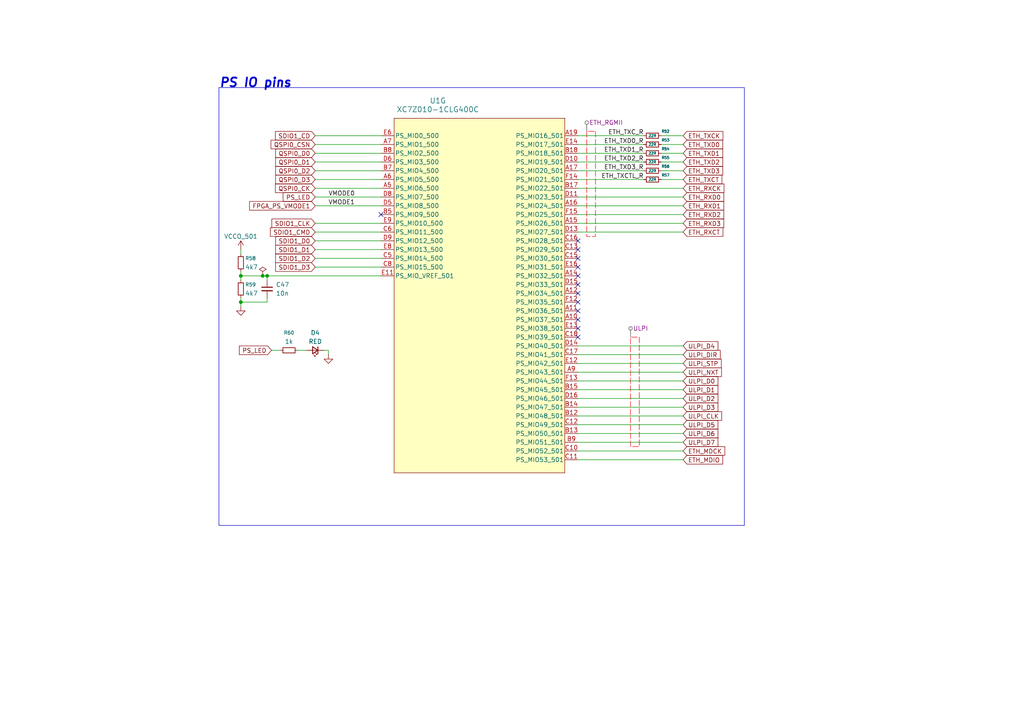
<source format=kicad_sch>
(kicad_sch (version 20250114) (generator "eeschema") (generator_version "9.0")
  (paper "A4")
  (title_block (title "FPGA Zynq7000 Dev Board") (date "2025-07-10") (rev "A"))
  (lib_symbols
    (symbol "Custom:XC7Z010-1CLG400C" (pin_names (offset 0.254))
      (symbol "XC7Z010-1CLG400C_1_1"
        (pin input line (at -3.81 -3.81 0) (length 3.81) (name "CFGBVS_0") (number "M6"))
        (pin bidirectional line (at -3.81 -6.35 0) (length 3.81) (name "INIT_B_0") (number "R10"))
        (pin input line (at -3.81 -8.89 0) (length 3.81) (name "PROGRAM_B_0") (number "L6"))
        (pin bidirectional line (at -3.81 -11.43 0) (length 3.81) (name "DONE_0") (number "R11"))
        (pin input line (at -3.81 -15.24 0) (length 3.81) (name "TCK_0") (number "F9"))
        (pin output line (at -3.81 -17.78 0) (length 3.81) (name "TDO_0") (number "F6"))
        (pin input line (at -3.81 -20.32 0) (length 3.81) (name "TDI_0") (number "G6"))
        (pin input line (at -3.81 -22.86 0) (length 3.81) (name "TMS_0") (number "J6"))
        (pin input line (at 41.91 -3.81 180) (length 3.81) (name "PS_CLK_500") (number "E7"))
        (pin input line (at 41.91 -6.35 180) (length 3.81) (name "PS_POR_B_500") (number "C7"))
        (pin input line (at 41.91 -8.89 180) (length 3.81) (name "PS_SRST_B_501") (number "B10"))
      )
      (symbol "XC7Z010-1CLG400C_2_1"
        (pin bidirectional line (at -3.81 -3.81 0) (length 3.81) (name "IO_0_34") (number "R19"))
        (pin bidirectional line (at -3.81 -6.35 0) (length 3.81) (name "IO_L1N_T0_34") (number "T10"))
        (pin bidirectional line (at -3.81 -8.89 0) (length 3.81) (name "IO_L1P_T0_34") (number "T11"))
        (pin bidirectional line (at -3.81 -11.43 0) (length 3.81) (name "IO_L2N_T0_34") (number "U12"))
        (pin bidirectional line (at -3.81 -13.97 0) (length 3.81) (name "IO_L2P_T0_34") (number "T12"))
        (pin bidirectional line (at -3.81 -16.51 0) (length 3.81) (name "IO_L3N_T0_DQS_34") (number "V13"))
        (pin bidirectional line (at -3.81 -19.05 0) (length 3.81) (name "IO_L3P_T0_DQS_PUDC_B_34") (number "U13"))
        (pin bidirectional line (at -3.81 -21.59 0) (length 3.81) (name "IO_L4N_T0_34") (number "W13"))
        (pin bidirectional line (at -3.81 -24.13 0) (length 3.81) (name "IO_L4P_T0_34") (number "V12"))
        (pin bidirectional line (at -3.81 -26.67 0) (length 3.81) (name "IO_L5N_T0_34") (number "T15"))
        (pin bidirectional line (at -3.81 -29.21 0) (length 3.81) (name "IO_L5P_T0_34") (number "T14"))
        (pin bidirectional line (at -3.81 -31.75 0) (length 3.81) (name "IO_L6N_T0_VREF_34") (number "R14"))
        (pin bidirectional line (at -3.81 -34.29 0) (length 3.81) (name "IO_L6P_T0_34") (number "P14"))
        (pin bidirectional line (at -3.81 -36.83 0) (length 3.81) (name "IO_L7N_T1_34") (number "Y17"))
        (pin bidirectional line (at -3.81 -39.37 0) (length 3.81) (name "IO_L7P_T1_34") (number "Y16"))
        (pin bidirectional line (at -3.81 -41.91 0) (length 3.81) (name "IO_L8N_T1_34") (number "Y14"))
        (pin bidirectional line (at -3.81 -44.45 0) (length 3.81) (name "IO_L8P_T1_34") (number "W14"))
        (pin bidirectional line (at -3.81 -46.99 0) (length 3.81) (name "IO_L9N_T1_DQS_34") (number "U17"))
        (pin bidirectional line (at -3.81 -49.53 0) (length 3.81) (name "IO_L9P_T1_DQS_34") (number "T16"))
        (pin bidirectional line (at -3.81 -52.07 0) (length 3.81) (name "IO_L10N_T1_34") (number "W15"))
        (pin bidirectional line (at -3.81 -54.61 0) (length 3.81) (name "IO_L10P_T1_34") (number "V15"))
        (pin bidirectional line (at -3.81 -57.15 0) (length 3.81) (name "IO_L11N_T1_SRCC_34") (number "U15"))
        (pin bidirectional line (at -3.81 -59.69 0) (length 3.81) (name "IO_L11P_T1_SRCC_34") (number "U14"))
        (pin bidirectional line (at -3.81 -62.23 0) (length 3.81) (name "IO_L12N_T1_MRCC_34") (number "U19"))
        (pin bidirectional line (at -3.81 -64.77 0) (length 3.81) (name "IO_L12P_T1_MRCC_34") (number "U18"))
        (pin bidirectional line (at -3.81 -67.31 0) (length 3.81) (name "IO_L13N_T2_MRCC_34") (number "P19"))
        (pin bidirectional line (at -3.81 -69.85 0) (length 3.81) (name "IO_L13P_T2_MRCC_34") (number "N18"))
        (pin bidirectional line (at 54.61 -3.81 180) (length 3.81) (name "IO_L14N_T2_SRCC_34") (number "P20"))
        (pin bidirectional line (at 54.61 -6.35 180) (length 3.81) (name "IO_L14P_T2_SRCC_34") (number "N20"))
        (pin bidirectional line (at 54.61 -8.89 180) (length 3.81) (name "IO_L15N_T2_DQS_34") (number "U20"))
        (pin bidirectional line (at 54.61 -11.43 180) (length 3.81) (name "IO_L15P_T2_DQS_34") (number "T20"))
        (pin bidirectional line (at 54.61 -13.97 180) (length 3.81) (name "IO_L16N_T2_34") (number "W20"))
        (pin bidirectional line (at 54.61 -16.51 180) (length 3.81) (name "IO_L16P_T2_34") (number "V20"))
        (pin bidirectional line (at 54.61 -19.05 180) (length 3.81) (name "IO_L17N_T2_34") (number "Y19"))
        (pin bidirectional line (at 54.61 -21.59 180) (length 3.81) (name "IO_L17P_T2_34") (number "Y18"))
        (pin bidirectional line (at 54.61 -24.13 180) (length 3.81) (name "IO_L18N_T2_34") (number "W16"))
        (pin bidirectional line (at 54.61 -26.67 180) (length 3.81) (name "IO_L18P_T2_34") (number "V16"))
        (pin bidirectional line (at 54.61 -29.21 180) (length 3.81) (name "IO_L19N_T3_VREF_34") (number "R17"))
        (pin bidirectional line (at 54.61 -31.75 180) (length 3.81) (name "IO_L19P_T3_34") (number "R16"))
        (pin bidirectional line (at 54.61 -34.29 180) (length 3.81) (name "IO_L20N_T3_34") (number "R18"))
        (pin bidirectional line (at 54.61 -36.83 180) (length 3.81) (name "IO_L20P_T3_34") (number "T17"))
        (pin bidirectional line (at 54.61 -39.37 180) (length 3.81) (name "IO_L21N_T3_DQS_34") (number "V18"))
        (pin bidirectional line (at 54.61 -41.91 180) (length 3.81) (name "IO_L21P_T3_DQS_34") (number "V17"))
        (pin bidirectional line (at 54.61 -44.45 180) (length 3.81) (name "IO_L22N_T3_34") (number "W19"))
        (pin bidirectional line (at 54.61 -46.99 180) (length 3.81) (name "IO_L22P_T3_34") (number "W18"))
        (pin bidirectional line (at 54.61 -49.53 180) (length 3.81) (name "IO_L23N_T3_34") (number "P18"))
        (pin bidirectional line (at 54.61 -52.07 180) (length 3.81) (name "IO_L23P_T3_34") (number "N17"))
        (pin bidirectional line (at 54.61 -54.61 180) (length 3.81) (name "IO_L24N_T3_34") (number "P16"))
        (pin bidirectional line (at 54.61 -57.15 180) (length 3.81) (name "IO_L24P_T3_34") (number "P15"))
        (pin bidirectional line (at 54.61 -59.69 180) (length 3.81) (name "IO_25_34") (number "T19"))
      )
      (symbol "XC7Z010-1CLG400C_3_1"
        (pin output line (at -3.81 -3.81 0) (length 3.81) (name "PS_DDR_A0_502") (number "N2"))
        (pin output line (at -3.81 -6.35 0) (length 3.81) (name "PS_DDR_A1_502") (number "K2"))
        (pin output line (at -3.81 -8.89 0) (length 3.81) (name "PS_DDR_A2_502") (number "M3"))
        (pin output line (at -3.81 -11.43 0) (length 3.81) (name "PS_DDR_A3_502") (number "K3"))
        (pin output line (at -3.81 -13.97 0) (length 3.81) (name "PS_DDR_A4_502") (number "M4"))
        (pin output line (at -3.81 -16.51 0) (length 3.81) (name "PS_DDR_A5_502") (number "L1"))
        (pin output line (at -3.81 -19.05 0) (length 3.81) (name "PS_DDR_A6_502") (number "L4"))
        (pin output line (at -3.81 -21.59 0) (length 3.81) (name "PS_DDR_A7_502") (number "K4"))
        (pin output line (at -3.81 -24.13 0) (length 3.81) (name "PS_DDR_A8_502") (number "K1"))
        (pin output line (at -3.81 -26.67 0) (length 3.81) (name "PS_DDR_A9_502") (number "J4"))
        (pin output line (at -3.81 -29.21 0) (length 3.81) (name "PS_DDR_A10_502") (number "F5"))
        (pin output line (at -3.81 -31.75 0) (length 3.81) (name "PS_DDR_A11_502") (number "G4"))
        (pin output line (at -3.81 -34.29 0) (length 3.81) (name "PS_DDR_A12_502") (number "E4"))
        (pin output line (at -3.81 -36.83 0) (length 3.81) (name "PS_DDR_A13_502") (number "D4"))
        (pin output line (at -3.81 -39.37 0) (length 3.81) (name "PS_DDR_A14_502") (number "F4"))
        (pin output line (at -3.81 -41.91 0) (length 3.81) (name "PS_DDR_BA0_502") (number "L5"))
        (pin output line (at -3.81 -44.45 0) (length 3.81) (name "PS_DDR_BA1_502") (number "R4"))
        (pin output line (at -3.81 -46.99 0) (length 3.81) (name "PS_DDR_BA2_502") (number "J5"))
        (pin output line (at -3.81 -49.53 0) (length 3.81) (name "PS_DDR_CAS_B_502") (number "P5"))
        (pin output line (at -3.81 -52.07 0) (length 3.81) (name "PS_DDR_CKE_502") (number "N3"))
        (pin output line (at -3.81 -54.61 0) (length 3.81) (name "PS_DDR_CKN_502") (number "M2"))
        (pin output line (at -3.81 -57.15 0) (length 3.81) (name "PS_DDR_CKP_502") (number "L2"))
        (pin output line (at -3.81 -59.69 0) (length 3.81) (name "PS_DDR_CS_B_502") (number "N1"))
        (pin output line (at -3.81 -62.23 0) (length 3.81) (name "PS_DDR_DM0_502") (number "A1"))
        (pin output line (at -3.81 -64.77 0) (length 3.81) (name "PS_DDR_DM1_502") (number "F1"))
        (pin output line (at -3.81 -67.31 0) (length 3.81) (name "PS_DDR_DM2_502") (number "T1"))
        (pin output line (at -3.81 -69.85 0) (length 3.81) (name "PS_DDR_DM3_502") (number "Y1"))
        (pin output line (at -3.81 -72.39 0) (length 3.81) (name "PS_DDR_DRST_B_502") (number "B4"))
        (pin output line (at -3.81 -74.93 0) (length 3.81) (name "PS_DDR_ODT_502") (number "N5"))
        (pin output line (at -3.81 -77.47 0) (length 3.81) (name "PS_DDR_RAS_B_502") (number "P4"))
        (pin output line (at -3.81 -80.01 0) (length 3.81) (name "PS_DDR_VRN_502") (number "G5"))
        (pin output line (at -3.81 -82.55 0) (length 3.81) (name "PS_DDR_VRP_502") (number "H5"))
        (pin output line (at -3.81 -85.09 0) (length 3.81) (name "PS_DDR_WE_B_502") (number "M5"))
        (pin bidirectional line (at -3.81 -87.63 0) (length 3.81) (name "PS_DDR_DQS_N0_502") (number "B2"))
        (pin bidirectional line (at -3.81 -90.17 0) (length 3.81) (name "PS_DDR_DQS_P0_502") (number "C2"))
        (pin bidirectional line (at -3.81 -92.71 0) (length 3.81) (name "PS_DDR_DQS_N1_502") (number "F2"))
        (pin bidirectional line (at -3.81 -95.25 0) (length 3.81) (name "PS_DDR_DQS_P1_502") (number "G2"))
        (pin bidirectional line (at -3.81 -97.79 0) (length 3.81) (name "PS_DDR_DQS_N2_502") (number "T2"))
        (pin bidirectional line (at -3.81 -100.33 0) (length 3.81) (name "PS_DDR_DQS_P2_502") (number "R2"))
        (pin bidirectional line (at -3.81 -102.87 0) (length 3.81) (name "PS_DDR_DQS_N3_502") (number "W4"))
        (pin bidirectional line (at -3.81 -105.41 0) (length 3.81) (name "PS_DDR_DQS_P3_502") (number "W5"))
        (pin power_in line (at -3.81 -107.95 0) (length 3.81) (name "PS_DDR_VREF0_502") (number "H6"))
        (pin power_in line (at -3.81 -110.49 0) (length 3.81) (name "PS_DDR_VREF1_502") (number "P6"))
        (pin bidirectional line (at 54.61 -3.81 180) (length 3.81) (name "PS_DDR_DQ0_502") (number "C3"))
        (pin bidirectional line (at 54.61 -6.35 180) (length 3.81) (name "PS_DDR_DQ1_502") (number "B3"))
        (pin bidirectional line (at 54.61 -8.89 180) (length 3.81) (name "PS_DDR_DQ2_502") (number "A2"))
        (pin bidirectional line (at 54.61 -11.43 180) (length 3.81) (name "PS_DDR_DQ3_502") (number "A4"))
        (pin bidirectional line (at 54.61 -13.97 180) (length 3.81) (name "PS_DDR_DQ4_502") (number "D3"))
        (pin bidirectional line (at 54.61 -16.51 180) (length 3.81) (name "PS_DDR_DQ5_502") (number "D1"))
        (pin bidirectional line (at 54.61 -19.05 180) (length 3.81) (name "PS_DDR_DQ6_502") (number "C1"))
        (pin bidirectional line (at 54.61 -21.59 180) (length 3.81) (name "PS_DDR_DQ7_502") (number "E1"))
        (pin bidirectional line (at 54.61 -24.13 180) (length 3.81) (name "PS_DDR_DQ8_502") (number "E2"))
        (pin bidirectional line (at 54.61 -26.67 180) (length 3.81) (name "PS_DDR_DQ9_502") (number "E3"))
        (pin bidirectional line (at 54.61 -29.21 180) (length 3.81) (name "PS_DDR_DQ10_502") (number "G3"))
        (pin bidirectional line (at 54.61 -31.75 180) (length 3.81) (name "PS_DDR_DQ11_502") (number "H3"))
        (pin bidirectional line (at 54.61 -34.29 180) (length 3.81) (name "PS_DDR_DQ12_502") (number "J3"))
        (pin bidirectional line (at 54.61 -36.83 180) (length 3.81) (name "PS_DDR_DQ13_502") (number "H2"))
        (pin bidirectional line (at 54.61 -39.37 180) (length 3.81) (name "PS_DDR_DQ14_502") (number "H1"))
        (pin bidirectional line (at 54.61 -41.91 180) (length 3.81) (name "PS_DDR_DQ15_502") (number "J1"))
        (pin bidirectional line (at 54.61 -44.45 180) (length 3.81) (name "PS_DDR_DQ16_502") (number "P1"))
        (pin bidirectional line (at 54.61 -46.99 180) (length 3.81) (name "PS_DDR_DQ17_502") (number "P3"))
        (pin bidirectional line (at 54.61 -49.53 180) (length 3.81) (name "PS_DDR_DQ18_502") (number "R3"))
        (pin bidirectional line (at 54.61 -52.07 180) (length 3.81) (name "PS_DDR_DQ19_502") (number "R1"))
        (pin bidirectional line (at 54.61 -54.61 180) (length 3.81) (name "PS_DDR_DQ20_502") (number "T4"))
        (pin bidirectional line (at 54.61 -57.15 180) (length 3.81) (name "PS_DDR_DQ21_502") (number "U4"))
        (pin bidirectional line (at 54.61 -59.69 180) (length 3.81) (name "PS_DDR_DQ22_502") (number "U2"))
        (pin bidirectional line (at 54.61 -62.23 180) (length 3.81) (name "PS_DDR_DQ23_502") (number "U3"))
        (pin bidirectional line (at 54.61 -64.77 180) (length 3.81) (name "PS_DDR_DQ24_502") (number "V1"))
        (pin bidirectional line (at 54.61 -67.31 180) (length 3.81) (name "PS_DDR_DQ25_502") (number "Y3"))
        (pin bidirectional line (at 54.61 -69.85 180) (length 3.81) (name "PS_DDR_DQ26_502") (number "W1"))
        (pin bidirectional line (at 54.61 -72.39 180) (length 3.81) (name "PS_DDR_DQ27_502") (number "Y4"))
        (pin bidirectional line (at 54.61 -74.93 180) (length 3.81) (name "PS_DDR_DQ28_502") (number "Y2"))
        (pin bidirectional line (at 54.61 -77.47 180) (length 3.81) (name "PS_DDR_DQ29_502") (number "W3"))
        (pin bidirectional line (at 54.61 -80.01 180) (length 3.81) (name "PS_DDR_DQ30_502") (number "V2"))
        (pin bidirectional line (at 54.61 -82.55 180) (length 3.81) (name "PS_DDR_DQ31_502") (number "V3"))
      )
      (symbol "XC7Z010-1CLG400C_4_1"
        (pin power_in line (at -3.81 -2.54 0) (length 3.81) (name "VCCPINT") (number "G7"))
        (pin power_in line (at -3.81 -5.08 0) (length 3.81) (name "VCCPINT") (number "N7"))
        (pin power_in line (at -3.81 -7.62 0) (length 3.81) (name "VCCPINT") (number "L7"))
        (pin power_in line (at -3.81 -10.16 0) (length 3.81) (name "VCCPINT") (number "R7"))
        (pin power_in line (at -3.81 -12.7 0) (length 3.81) (name "VCCPINT") (number "J7"))
        (pin power_in line (at -3.81 -15.24 0) (length 3.81) (name "VCCPINT") (number "P8"))
        (pin power_in line (at -3.81 -17.78 0) (length 3.81) (name "VCCINT") (number "J13"))
        (pin power_in line (at -3.81 -20.32 0) (length 3.81) (name "VCCINT") (number "G13"))
        (pin power_in line (at -3.81 -22.86 0) (length 3.81) (name "VCCINT") (number "H12"))
        (pin power_in line (at -3.81 -25.4 0) (length 3.81) (name "VCCINT") (number "R13"))
        (pin power_in line (at -3.81 -27.94 0) (length 3.81) (name "VCCINT") (number "K12"))
        (pin power_in line (at -3.81 -30.48 0) (length 3.81) (name "VCCINT") (number "L13"))
        (pin power_in line (at -3.81 -33.02 0) (length 3.81) (name "VCCINT") (number "M12"))
        (pin power_in line (at -3.81 -35.56 0) (length 3.81) (name "VCCINT") (number "N13"))
        (pin power_in line (at -3.81 -38.1 0) (length 3.81) (name "VCCINT") (number "P12"))
        (pin power_in line (at -3.81 -40.64 0) (length 3.81) (name "VCCBRAM") (number "G11"))
        (pin power_in line (at -3.81 -43.18 0) (length 3.81) (name "VCCBRAM") (number "H10"))
        (pin power_in line (at -3.81 -53.34 0) (length 3.81) (name "VCCO_MIO0_500") (number "D7"))
        (pin power_in line (at -3.81 -55.88 0) (length 3.81) (name "VCCO_MIO0_500") (number "B6"))
        (pin power_in line (at -3.81 -58.42 0) (length 3.81) (name "VCCO_34") (number "N19"))
        (pin power_in line (at -3.81 -60.96 0) (length 3.81) (name "VCCO_34") (number "R15"))
        (pin power_in line (at -3.81 -63.5 0) (length 3.81) (name "VCCO_34") (number "T18"))
        (pin power_in line (at -3.81 -66.04 0) (length 3.81) (name "VCCO_34") (number "V14"))
        (pin power_in line (at -3.81 -68.58 0) (length 3.81) (name "VCCO_34") (number "W17"))
        (pin power_in line (at -3.81 -71.12 0) (length 3.81) (name "VCCO_34") (number "Y20"))
        (pin power_in line (at -3.81 -73.66 0) (length 3.81) (name "VCCO_13") (number "U11"))
        (pin power_in line (at -3.81 -76.2 0) (length 3.81) (name "VCCO_13") (number "T8"))
        (pin power_in line (at -3.81 -78.74 0) (length 3.81) (name "VCCO_13") (number "Y10"))
        (pin power_in line (at -3.81 -81.28 0) (length 3.81) (name "VCCO_13") (number "W7"))
        (pin power_in line (at -3.81 -83.82 0) (length 3.81) (name "VCCO_0") (number "K6"))
        (pin power_in line (at -3.81 -86.36 0) (length 3.81) (name "RSVDVCC1") (number "T6"))
        (pin power_in line (at -3.81 -88.9 0) (length 3.81) (name "RSVDVCC2") (number "R6"))
        (pin power_in line (at -3.81 -91.44 0) (length 3.81) (name "RSVDVCC3") (number "N6"))
        (pin power_in line (at 35.56 -2.54 180) (length 3.81) (name "VCCAUX") (number "L11"))
        (pin power_in line (at 35.56 -5.08 180) (length 3.81) (name "VCCAUX") (number "N9"))
        (pin power_in line (at 35.56 -7.62 180) (length 3.81) (name "VCCAUX") (number "R9"))
        (pin power_in line (at 35.56 -10.16 180) (length 3.81) (name "VCCAUX") (number "J11"))
        (pin power_in line (at 35.56 -12.7 180) (length 3.81) (name "VCCAUX") (number "P10"))
        (pin power_in line (at 35.56 -15.24 180) (length 3.81) (name "VCCAUX") (number "N11"))
        (pin power_in line (at 35.56 -17.78 180) (length 3.81) (name "VCCPAUX") (number "K8"))
        (pin power_in line (at 35.56 -20.32 180) (length 3.81) (name "VCCPAUX") (number "H8"))
        (pin power_in line (at 35.56 -22.86 180) (length 3.81) (name "VCCPAUX") (number "G9"))
        (pin power_in line (at 35.56 -25.4 180) (length 3.81) (name "VCCPAUX") (number "M8"))
        (pin power_in line (at 35.56 -27.94 180) (length 3.81) (name "VCCPAUX") (number "F8"))
        (pin power_in line (at 35.56 -30.48 180) (length 3.81) (name "VCCO_MIO1_501") (number "A13"))
        (pin power_in line (at 35.56 -33.02 180) (length 3.81) (name "VCCO_MIO1_501") (number "E15"))
        (pin power_in line (at 35.56 -35.56 180) (length 3.81) (name "VCCO_MIO1_501") (number "D12"))
        (pin power_in line (at 35.56 -38.1 180) (length 3.81) (name "VCCO_MIO1_501") (number "B16"))
        (pin power_in line (at 35.56 -40.64 180) (length 3.81) (name "VCCO_35") (number "K20"))
        (pin power_in line (at 35.56 -43.18 180) (length 3.81) (name "VCCO_35") (number "M16"))
        (pin power_in line (at 35.56 -45.72 180) (length 3.81) (name "VCCO_35") (number "C19"))
        (pin power_in line (at 35.56 -48.26 180) (length 3.81) (name "VCCO_35") (number "F18"))
        (pin power_in line (at 35.56 -50.8 180) (length 3.81) (name "VCCO_35") (number "H14"))
        (pin power_in line (at 35.56 -53.34 180) (length 3.81) (name "VCCO_35") (number "J17"))
        (pin power_in line (at 35.56 -58.42 180) (length 3.81) (name "VCCPLL") (number "G8"))
        (pin power_in line (at 35.56 -68.58 180) (length 3.81) (name "VCCO_DDR_502") (number "U1"))
        (pin power_in line (at 35.56 -71.12 180) (length 3.81) (name "VCCO_DDR_502") (number "R5"))
        (pin power_in line (at 35.56 -73.66 180) (length 3.81) (name "VCCO_DDR_502") (number "P2"))
        (pin power_in line (at 35.56 -76.2 180) (length 3.81) (name "VCCO_DDR_502") (number "L3"))
        (pin power_in line (at 35.56 -78.74 180) (length 3.81) (name "VCCO_DDR_502") (number "A3"))
        (pin power_in line (at 35.56 -81.28 180) (length 3.81) (name "VCCO_DDR_502") (number "V4"))
        (pin power_in line (at 35.56 -83.82 180) (length 3.81) (name "VCCO_DDR_502") (number "D2"))
        (pin power_in line (at 35.56 -86.36 180) (length 3.81) (name "VCCO_DDR_502") (number "E5"))
        (pin power_in line (at 35.56 -88.9 180) (length 3.81) (name "VCCO_DDR_502") (number "G1"))
        (pin power_in line (at 35.56 -91.44 180) (length 3.81) (name "VCCO_DDR_502") (number "H4"))
      )
      (symbol "XC7Z010-1CLG400C_5_1"
        (pin power_in line (at -3.81 -3.81 0) (length 3.81) (name "VCCADC_0") (number "J9"))
        (pin power_in line (at -3.81 -6.35 0) (length 3.81) (name "VREFP_0") (number "L9"))
        (pin power_in line (at -3.81 -8.89 0) (length 3.81) (name "VREFN_0") (number "K10"))
        (pin input line (at -3.81 -11.43 0) (length 3.81) (name "VP_0") (number "K9"))
        (pin input line (at -3.81 -13.97 0) (length 3.81) (name "VN_0") (number "L10"))
        (pin power_in line (at -3.81 -21.59 0) (length 3.81) (name "GNDADC_0") (number "J10"))
        (pin passive line (at 29.21 -3.81 180) (length 3.81) (name "DXP_0") (number "M9"))
        (pin passive line (at 29.21 -6.35 180) (length 3.81) (name "DXN_0") (number "M10"))
      )
      (symbol "XC7Z010-1CLG400C_6_1"
        (pin bidirectional line (at -3.81 -3.81 0) (length 3.81) (name "IO_0_35") (number "G14"))
        (pin bidirectional line (at -3.81 -6.35 0) (length 3.81) (name "IO_L1N_T0_AD0N_35") (number "B20"))
        (pin bidirectional line (at -3.81 -8.89 0) (length 3.81) (name "IO_L1P_T0_AD0P_35") (number "C20"))
        (pin bidirectional line (at -3.81 -11.43 0) (length 3.81) (name "IO_L2N_T0_AD8N_35") (number "A20"))
        (pin bidirectional line (at -3.81 -13.97 0) (length 3.81) (name "IO_L2P_T0_AD8P_35") (number "B19"))
        (pin bidirectional line (at -3.81 -16.51 0) (length 3.81) (name "IO_L3N_T0_DQS_AD1N_35") (number "D18"))
        (pin bidirectional line (at -3.81 -19.05 0) (length 3.81) (name "IO_L3P_T0_DQS_AD1P_35") (number "E17"))
        (pin bidirectional line (at -3.81 -21.59 0) (length 3.81) (name "IO_L4N_T0_35") (number "D20"))
        (pin bidirectional line (at -3.81 -24.13 0) (length 3.81) (name "IO_L4P_T0_35") (number "D19"))
        (pin bidirectional line (at -3.81 -26.67 0) (length 3.81) (name "IO_L5N_T0_AD9N_35") (number "E19"))
        (pin bidirectional line (at -3.81 -29.21 0) (length 3.81) (name "IO_L5P_T0_AD9P_35") (number "E18"))
        (pin bidirectional line (at -3.81 -31.75 0) (length 3.81) (name "IO_L6N_T0_VREF_35") (number "F17"))
        (pin bidirectional line (at -3.81 -34.29 0) (length 3.81) (name "IO_L6P_T0_35") (number "F16"))
        (pin bidirectional line (at -3.81 -36.83 0) (length 3.81) (name "IO_L7N_T1_AD2N_35") (number "M20"))
        (pin bidirectional line (at -3.81 -39.37 0) (length 3.81) (name "IO_L7P_T1_AD2P_35") (number "M19"))
        (pin bidirectional line (at -3.81 -41.91 0) (length 3.81) (name "IO_L8N_T1_AD10N_35") (number "M18"))
        (pin bidirectional line (at -3.81 -44.45 0) (length 3.81) (name "IO_L8P_T1_AD10P_35") (number "M17"))
        (pin bidirectional line (at -3.81 -46.99 0) (length 3.81) (name "IO_L9N_T1_DQS_AD3N_35") (number "L20"))
        (pin bidirectional line (at -3.81 -49.53 0) (length 3.81) (name "IO_L9P_T1_DQS_AD3P_35") (number "L19"))
        (pin bidirectional line (at -3.81 -52.07 0) (length 3.81) (name "IO_L10N_T1_AD11N_35") (number "J19"))
        (pin bidirectional line (at -3.81 -54.61 0) (length 3.81) (name "IO_L10P_T1_AD11P_35") (number "K19"))
        (pin bidirectional line (at -3.81 -57.15 0) (length 3.81) (name "IO_L11N_T1_SRCC_35") (number "L17"))
        (pin bidirectional line (at -3.81 -59.69 0) (length 3.81) (name "IO_L11P_T1_SRCC_35") (number "L16"))
        (pin bidirectional line (at -3.81 -62.23 0) (length 3.81) (name "IO_L12N_T1_MRCC_35") (number "K18"))
        (pin bidirectional line (at -3.81 -64.77 0) (length 3.81) (name "IO_L12P_T1_MRCC_35") (number "K17"))
        (pin bidirectional line (at 54.61 -3.81 180) (length 3.81) (name "IO_L13N_T2_MRCC_35") (number "H17"))
        (pin bidirectional line (at 54.61 -6.35 180) (length 3.81) (name "IO_L13P_T2_MRCC_35") (number "H16"))
        (pin bidirectional line (at 54.61 -8.89 180) (length 3.81) (name "IO_L14N_T2_AD4N_SRCC_35") (number "H18"))
        (pin bidirectional line (at 54.61 -11.43 180) (length 3.81) (name "IO_L14P_T2_AD4P_SRCC_35") (number "J18"))
        (pin bidirectional line (at 54.61 -13.97 180) (length 3.81) (name "IO_L15N_T2_DQS_AD12N_35") (number "F20"))
        (pin bidirectional line (at 54.61 -16.51 180) (length 3.81) (name "IO_L15P_T2_DQS_AD12P_35") (number "F19"))
        (pin bidirectional line (at 54.61 -19.05 180) (length 3.81) (name "IO_L16N_T2_35") (number "G18"))
        (pin bidirectional line (at 54.61 -21.59 180) (length 3.81) (name "IO_L16P_T2_35") (number "G17"))
        (pin bidirectional line (at 54.61 -24.13 180) (length 3.81) (name "IO_L17N_T2_AD5N_35") (number "H20"))
        (pin bidirectional line (at 54.61 -26.67 180) (length 3.81) (name "IO_L17P_T2_AD5P_35") (number "J20"))
        (pin bidirectional line (at 54.61 -29.21 180) (length 3.81) (name "IO_L18N_T2_AD13N_35") (number "G20"))
        (pin bidirectional line (at 54.61 -31.75 180) (length 3.81) (name "IO_L18P_T2_AD13P_35") (number "G19"))
        (pin bidirectional line (at 54.61 -34.29 180) (length 3.81) (name "IO_L19N_T3_VREF_35") (number "G15"))
        (pin bidirectional line (at 54.61 -36.83 180) (length 3.81) (name "IO_L19P_T3_35") (number "H15"))
        (pin bidirectional line (at 54.61 -39.37 180) (length 3.81) (name "IO_L20N_T3_AD6N_35") (number "J14"))
        (pin bidirectional line (at 54.61 -41.91 180) (length 3.81) (name "IO_L20P_T3_AD6P_35") (number "K14"))
        (pin bidirectional line (at 54.61 -44.45 180) (length 3.81) (name "IO_L21N_T3_DQS_AD14N_35") (number "N16"))
        (pin bidirectional line (at 54.61 -46.99 180) (length 3.81) (name "IO_L21P_T3_DQS_AD14P_35") (number "N15"))
        (pin bidirectional line (at 54.61 -49.53 180) (length 3.81) (name "IO_L22N_T3_AD7N_35") (number "L15"))
        (pin bidirectional line (at 54.61 -52.07 180) (length 3.81) (name "IO_L22P_T3_AD7P_35") (number "L14"))
        (pin bidirectional line (at 54.61 -54.61 180) (length 3.81) (name "IO_L23N_T3_35") (number "M15"))
        (pin bidirectional line (at 54.61 -57.15 180) (length 3.81) (name "IO_L23P_T3_35") (number "M14"))
        (pin bidirectional line (at 54.61 -59.69 180) (length 3.81) (name "IO_L24N_T3_AD15N_35") (number "J16"))
        (pin bidirectional line (at 54.61 -62.23 180) (length 3.81) (name "IO_L24P_T3_AD15P_35") (number "K16"))
        (pin bidirectional line (at 54.61 -64.77 180) (length 3.81) (name "IO_25_35") (number "J15"))
      )
      (symbol "XC7Z010-1CLG400C_7_1"
        (pin bidirectional line (at -3.81 -5.08 0) (length 3.81) (name "PS_MIO0_500") (number "E6"))
        (pin bidirectional line (at -3.81 -7.62 0) (length 3.81) (name "PS_MIO1_500") (number "A7"))
        (pin bidirectional line (at -3.81 -10.16 0) (length 3.81) (name "PS_MIO2_500") (number "B8"))
        (pin bidirectional line (at -3.81 -12.7 0) (length 3.81) (name "PS_MIO3_500") (number "D6"))
        (pin bidirectional line (at -3.81 -15.24 0) (length 3.81) (name "PS_MIO4_500") (number "B7"))
        (pin bidirectional line (at -3.81 -17.78 0) (length 3.81) (name "PS_MIO5_500") (number "A6"))
        (pin bidirectional line (at -3.81 -20.32 0) (length 3.81) (name "PS_MIO6_500") (number "A5"))
        (pin bidirectional line (at -3.81 -22.86 0) (length 3.81) (name "PS_MIO7_500") (number "D8"))
        (pin bidirectional line (at -3.81 -25.4 0) (length 3.81) (name "PS_MIO8_500") (number "D5"))
        (pin bidirectional line (at -3.81 -27.94 0) (length 3.81) (name "PS_MIO9_500") (number "B5"))
        (pin bidirectional line (at -3.81 -30.48 0) (length 3.81) (name "PS_MIO10_500") (number "E9"))
        (pin bidirectional line (at -3.81 -33.02 0) (length 3.81) (name "PS_MIO11_500") (number "C6"))
        (pin bidirectional line (at -3.81 -35.56 0) (length 3.81) (name "PS_MIO12_500") (number "D9"))
        (pin bidirectional line (at -3.81 -38.1 0) (length 3.81) (name "PS_MIO13_500") (number "E8"))
        (pin bidirectional line (at -3.81 -40.64 0) (length 3.81) (name "PS_MIO14_500") (number "C5"))
        (pin bidirectional line (at -3.81 -43.18 0) (length 3.81) (name "PS_MIO15_500") (number "C8"))
        (pin power_in line (at -3.81 -45.72 0) (length 3.81) (name "PS_MIO_VREF_501") (number "E11"))
        (pin bidirectional line (at 53.34 -5.08 180) (length 3.81) (name "PS_MIO16_501") (number "A19"))
        (pin bidirectional line (at 53.34 -7.62 180) (length 3.81) (name "PS_MIO17_501") (number "E14"))
        (pin bidirectional line (at 53.34 -10.16 180) (length 3.81) (name "PS_MIO18_501") (number "B18"))
        (pin bidirectional line (at 53.34 -12.7 180) (length 3.81) (name "PS_MIO19_501") (number "D10"))
        (pin bidirectional line (at 53.34 -15.24 180) (length 3.81) (name "PS_MIO20_501") (number "A17"))
        (pin bidirectional line (at 53.34 -17.78 180) (length 3.81) (name "PS_MIO21_501") (number "F14"))
        (pin bidirectional line (at 53.34 -20.32 180) (length 3.81) (name "PS_MIO22_501") (number "B17"))
        (pin bidirectional line (at 53.34 -22.86 180) (length 3.81) (name "PS_MIO23_501") (number "D11"))
        (pin bidirectional line (at 53.34 -25.4 180) (length 3.81) (name "PS_MIO24_501") (number "A16"))
        (pin bidirectional line (at 53.34 -27.94 180) (length 3.81) (name "PS_MIO25_501") (number "F15"))
        (pin bidirectional line (at 53.34 -30.48 180) (length 3.81) (name "PS_MIO26_501") (number "A15"))
        (pin bidirectional line (at 53.34 -33.02 180) (length 3.81) (name "PS_MIO27_501") (number "D13"))
        (pin bidirectional line (at 53.34 -35.56 180) (length 3.81) (name "PS_MIO28_501") (number "C16"))
        (pin bidirectional line (at 53.34 -38.1 180) (length 3.81) (name "PS_MIO29_501") (number "C13"))
        (pin bidirectional line (at 53.34 -40.64 180) (length 3.81) (name "PS_MIO30_501") (number "C15"))
        (pin bidirectional line (at 53.34 -43.18 180) (length 3.81) (name "PS_MIO31_501") (number "E16"))
        (pin bidirectional line (at 53.34 -45.72 180) (length 3.81) (name "PS_MIO32_501") (number "A14"))
        (pin bidirectional line (at 53.34 -48.26 180) (length 3.81) (name "PS_MIO33_501") (number "D15"))
        (pin bidirectional line (at 53.34 -50.8 180) (length 3.81) (name "PS_MIO34_501") (number "A12"))
        (pin bidirectional line (at 53.34 -53.34 180) (length 3.81) (name "PS_MIO35_501") (number "F12"))
        (pin bidirectional line (at 53.34 -55.88 180) (length 3.81) (name "PS_MIO36_501") (number "A11"))
        (pin bidirectional line (at 53.34 -58.42 180) (length 3.81) (name "PS_MIO37_501") (number "A10"))
        (pin bidirectional line (at 53.34 -60.96 180) (length 3.81) (name "PS_MIO38_501") (number "E13"))
        (pin bidirectional line (at 53.34 -63.5 180) (length 3.81) (name "PS_MIO39_501") (number "C18"))
        (pin bidirectional line (at 53.34 -66.04 180) (length 3.81) (name "PS_MIO40_501") (number "D14"))
        (pin bidirectional line (at 53.34 -68.58 180) (length 3.81) (name "PS_MIO41_501") (number "C17"))
        (pin bidirectional line (at 53.34 -71.12 180) (length 3.81) (name "PS_MIO42_501") (number "E12"))
        (pin bidirectional line (at 53.34 -73.66 180) (length 3.81) (name "PS_MIO43_501") (number "A9"))
        (pin bidirectional line (at 53.34 -76.2 180) (length 3.81) (name "PS_MIO44_501") (number "F13"))
        (pin bidirectional line (at 53.34 -78.74 180) (length 3.81) (name "PS_MIO45_501") (number "B15"))
        (pin bidirectional line (at 53.34 -81.28 180) (length 3.81) (name "PS_MIO46_501") (number "D16"))
        (pin bidirectional line (at 53.34 -83.82 180) (length 3.81) (name "PS_MIO47_501") (number "B14"))
        (pin bidirectional line (at 53.34 -86.36 180) (length 3.81) (name "PS_MIO48_501") (number "B12"))
        (pin bidirectional line (at 53.34 -88.9 180) (length 3.81) (name "PS_MIO49_501") (number "C12"))
        (pin bidirectional line (at 53.34 -91.44 180) (length 3.81) (name "PS_MIO50_501") (number "B13"))
        (pin bidirectional line (at 53.34 -93.98 180) (length 3.81) (name "PS_MIO51_501") (number "B9"))
        (pin bidirectional line (at 53.34 -96.52 180) (length 3.81) (name "PS_MIO52_501") (number "C10"))
        (pin bidirectional line (at 53.34 -99.06 180) (length 3.81) (name "PS_MIO53_501") (number "C11"))
      )
      (symbol "XC7Z010-1CLG400C_8_1"
        (pin power_in line (at -3.81 -2.54 0) (length 3.81) (name "VCCBATT_0") (number "F11"))
        (pin power_in line (at -3.81 -5.08 0) (length 3.81) (name "GND") (number "R12"))
        (pin power_in line (at -3.81 -7.62 0) (length 3.81) (name "GND") (number "R20"))
        (pin power_in line (at -3.81 -10.16 0) (length 3.81) (name "GND") (number "R8"))
        (pin power_in line (at -3.81 -12.7 0) (length 3.81) (name "GND") (number "T13"))
        (pin power_in line (at -3.81 -15.24 0) (length 3.81) (name "GND") (number "T3"))
        (pin power_in line (at -3.81 -17.78 0) (length 3.81) (name "GND") (number "T7"))
        (pin power_in line (at -3.81 -20.32 0) (length 3.81) (name "GND") (number "U16"))
        (pin power_in line (at -3.81 -22.86 0) (length 3.81) (name "GND") (number "U6"))
        (pin power_in line (at -3.81 -25.4 0) (length 3.81) (name "GND") (number "V19"))
        (pin power_in line (at -3.81 -27.94 0) (length 3.81) (name "GND") (number "V9"))
        (pin power_in line (at -3.81 -30.48 0) (length 3.81) (name "GND") (number "W12"))
        (pin power_in line (at -3.81 -33.02 0) (length 3.81) (name "GND") (number "W2"))
        (pin power_in line (at -3.81 -35.56 0) (length 3.81) (name "GND") (number "Y15"))
        (pin power_in line (at -3.81 -38.1 0) (length 3.81) (name "GND") (number "Y5"))
        (pin power_in line (at -3.81 -40.64 0) (length 3.81) (name "GND") (number "L8"))
        (pin power_in line (at -3.81 -43.18 0) (length 3.81) (name "GND") (number "M1"))
        (pin power_in line (at -3.81 -45.72 0) (length 3.81) (name "GND") (number "M11"))
        (pin power_in line (at -3.81 -48.26 0) (length 3.81) (name "GND") (number "M13"))
        (pin power_in line (at -3.81 -50.8 0) (length 3.81) (name "GND") (number "M7"))
        (pin power_in line (at -3.81 -53.34 0) (length 3.81) (name "GND") (number "N10"))
        (pin power_in line (at -3.81 -55.88 0) (length 3.81) (name "GND") (number "N12"))
        (pin power_in line (at -3.81 -58.42 0) (length 3.81) (name "GND") (number "N14"))
        (pin power_in line (at -3.81 -60.96 0) (length 3.81) (name "GND") (number "N4"))
        (pin power_in line (at -3.81 -63.5 0) (length 3.81) (name "GND") (number "N8"))
        (pin power_in line (at -3.81 -66.04 0) (length 3.81) (name "GND") (number "P11"))
        (pin power_in line (at -3.81 -68.58 0) (length 3.81) (name "GND") (number "P13"))
        (pin power_in line (at -3.81 -71.12 0) (length 3.81) (name "GND") (number "P17"))
        (pin power_in line (at -3.81 -73.66 0) (length 3.81) (name "GND") (number "P7"))
        (pin power_in line (at -3.81 -76.2 0) (length 3.81) (name "GND") (number "P9"))
        (pin power_in line (at 25.4 -2.54 180) (length 3.81) (name "GND") (number "K11"))
        (pin power_in line (at 25.4 -5.08 180) (length 3.81) (name "GND") (number "K13"))
        (pin power_in line (at 25.4 -7.62 180) (length 3.81) (name "GND") (number "K15"))
        (pin power_in line (at 25.4 -10.16 180) (length 3.81) (name "GND") (number "K5"))
        (pin power_in line (at 25.4 -12.7 180) (length 3.81) (name "GND") (number "K7"))
        (pin power_in line (at 25.4 -15.24 180) (length 3.81) (name "GND") (number "L12"))
        (pin power_in line (at 25.4 -17.78 180) (length 3.81) (name "GND") (number "L18"))
        (pin power_in line (at 25.4 -20.32 180) (length 3.81) (name "GND") (number "C9"))
        (pin power_in line (at 25.4 -22.86 180) (length 3.81) (name "GND") (number "C4"))
        (pin power_in line (at 25.4 -25.4 180) (length 3.81) (name "GND") (number "C14"))
        (pin power_in line (at 25.4 -27.94 180) (length 3.81) (name "GND") (number "B11"))
        (pin power_in line (at 25.4 -30.48 180) (length 3.81) (name "GND") (number "H11"))
        (pin power_in line (at 25.4 -33.02 180) (length 3.81) (name "GND") (number "D17"))
        (pin power_in line (at 25.4 -35.56 180) (length 3.81) (name "GND") (number "E10"))
        (pin power_in line (at 25.4 -38.1 180) (length 3.81) (name "GND") (number "A18"))
        (pin power_in line (at 25.4 -40.64 180) (length 3.81) (name "GND") (number "A8"))
        (pin power_in line (at 25.4 -43.18 180) (length 3.81) (name "GND") (number "B1"))
        (pin power_in line (at 25.4 -45.72 180) (length 3.81) (name "GND") (number "E20"))
        (pin power_in line (at 25.4 -48.26 180) (length 3.81) (name "GND") (number "F3"))
        (pin power_in line (at 25.4 -50.8 180) (length 3.81) (name "GND") (number "F7"))
        (pin power_in line (at 25.4 -53.34 180) (length 3.81) (name "GND") (number "G10"))
        (pin power_in line (at 25.4 -55.88 180) (length 3.81) (name "GND") (number "G12"))
        (pin power_in line (at 25.4 -58.42 180) (length 3.81) (name "GND") (number "G16"))
        (pin power_in line (at 25.4 -60.96 180) (length 3.81) (name "GND") (number "H13"))
        (pin power_in line (at 25.4 -63.5 180) (length 3.81) (name "GND") (number "H19"))
        (pin power_in line (at 25.4 -66.04 180) (length 3.81) (name "GND") (number "H7"))
        (pin power_in line (at 25.4 -68.58 180) (length 3.81) (name "GND") (number "H9"))
        (pin power_in line (at 25.4 -71.12 180) (length 3.81) (name "GND") (number "J12"))
        (pin power_in line (at 25.4 -73.66 180) (length 3.81) (name "GND") (number "J2"))
        (pin power_in line (at 25.4 -76.2 180) (length 3.81) (name "GND") (number "J8"))
        (pin no_connect line (at 38.1 -2.54 0) (length 3.81) (hide yes) (name "NC") (number "T5"))
        (pin no_connect line (at 38.1 -5.08 0) (length 3.81) (hide yes) (name "NC") (number "T9"))
        (pin no_connect line (at 38.1 -7.62 0) (length 3.81) (hide yes) (name "NC") (number "U5"))
        (pin no_connect line (at 38.1 -10.16 0) (length 3.81) (hide yes) (name "NC") (number "U7"))
        (pin no_connect line (at 38.1 -12.7 0) (length 3.81) (hide yes) (name "NC") (number "U8"))
        (pin no_connect line (at 38.1 -15.24 0) (length 3.81) (hide yes) (name "NC") (number "V7"))
        (pin no_connect line (at 38.1 -17.78 0) (length 3.81) (hide yes) (name "NC") (number "U9"))
        (pin no_connect line (at 38.1 -20.32 0) (length 3.81) (hide yes) (name "NC") (number "V6"))
        (pin no_connect line (at 38.1 -22.86 0) (length 3.81) (hide yes) (name "NC") (number "V8"))
        (pin no_connect line (at 38.1 -25.4 0) (length 3.81) (hide yes) (name "NC") (number "V5"))
        (pin no_connect line (at 38.1 -27.94 0) (length 3.81) (hide yes) (name "NC") (number "W6"))
        (pin no_connect line (at 38.1 -30.48 0) (length 3.81) (hide yes) (name "NC") (number "W8"))
        (pin no_connect line (at 38.1 -33.02 0) (length 3.81) (hide yes) (name "NC") (number "W9"))
        (pin no_connect line (at 38.1 -35.56 0) (length 3.81) (hide yes) (name "NC") (number "Y6"))
        (pin no_connect line (at 38.1 -38.1 0) (length 3.81) (hide yes) (name "NC") (number "Y7"))
        (pin no_connect line (at 38.1 -40.64 0) (length 3.81) (hide yes) (name "NC") (number "Y8"))
        (pin no_connect line (at 38.1 -43.18 0) (length 3.81) (hide yes) (name "NC") (number "Y9"))
        (pin no_connect line (at 38.1 -45.72 0) (length 3.81) (hide yes) (name "NC") (number "U10"))
        (pin no_connect line (at 38.1 -48.26 0) (length 3.81) (hide yes) (name "NC") (number "V10"))
        (pin no_connect line (at 38.1 -50.8 0) (length 3.81) (hide yes) (name "NC") (number "V11"))
        (pin no_connect line (at 38.1 -53.34 0) (length 3.81) (hide yes) (name "NC") (number "W10"))
        (pin no_connect line (at 38.1 -55.88 0) (length 3.81) (hide yes) (name "NC") (number "W11"))
        (pin no_connect line (at 38.1 -58.42 0) (length 3.81) (hide yes) (name "NC") (number "Y11"))
        (pin no_connect line (at 38.1 -60.96 0) (length 3.81) (hide yes) (name "NC") (number "Y12"))
        (pin no_connect line (at 38.1 -63.5 0) (length 3.81) (hide yes) (name "NC") (number "Y13"))
        (pin no_connect line (at 38.1 -66.04 0) (length 3.81) (hide yes) (name "RSVDGND") (number "F10"))
      )
    )
    (symbol "Device:C_Small" (pin_numbers (hide yes)) (pin_names (offset 0.254) (hide yes))
      (property "Reference" "C" (at 0.254 1.778 0))
      (property "Value" "C_Small" (at 0.254 -2.032 0))
      (symbol "C_Small_1_1"
        (pin passive line (at 0 2.54 270) (length 2.032) (name "~") (number "1"))
        (pin passive line (at 0 -2.54 90) (length 2.032) (name "~") (number "2"))
      )
    )
    (symbol "Device:LED_Small" (pin_numbers (hide yes)) (pin_names (offset 0.254) (hide yes))
      (property "Reference" "D" (at -1.27 3.175 0))
      (property "Value" "LED_Small" (at -4.445 -2.54 0))
      (symbol "LED_Small_1_1"
        (pin passive line (at -2.54 0 0) (length 1.778) (name "K") (number "1"))
        (pin passive line (at 2.54 0 180) (length 1.778) (name "A") (number "2"))
      )
    )
    (symbol "Device:R_Small" (pin_numbers (hide yes)) (pin_names (offset 0.254) (hide yes))
      (property "Reference" "R" (at 0 0 90))
      (property "Value" "R_Small" (at 1.778 0 90))
      (symbol "R_Small_1_1"
        (pin passive line (at 0 2.54 270) (length 0.762) (name "~") (number "1"))
        (pin passive line (at 0 -2.54 90) (length 0.762) (name "~") (number "2"))
      )
    )
    (symbol "power:+3V3" (power) (pin_numbers (hide yes)) (pin_names (offset 0) (hide yes))
      (property "Value" "+3V3" (at 0 3.556 0))
      (symbol "+3V3_1_1"
        (pin power_in line (at 0 0 90) (length 0) (name "~") (number "1"))
      )
    )
    (symbol "power:GND" (power) (pin_numbers (hide yes)) (pin_names (offset 0) (hide yes))
      (property "Value" "GND" (at 0 -3.81 0))
      (symbol "GND_1_1"
        (pin power_in line (at 0 0 270) (length 0) (name "~") (number "1"))
      )
    )
    (symbol "power:PWR_FLAG" (power) (pin_numbers (hide yes)) (pin_names (offset 0) (hide yes))
      (property "Value" "PWR_FLAG" (at 0 3.81 0))
      (symbol "PWR_FLAG_0_0"
        (pin power_out line (at 0 0 90) (length 0) (name "~") (number "1"))
      )
    )
  )
  (rectangle (start 63.5 25.4) (end 215.9 152.4))
  (text "PS IO pins" (at 63.5 24.13 0) (effects (font (size 2.54 2.54) (thickness 0.508) (bold yes) (italic yes)) (justify left)))
  (junction (at 69.85 80.01))
  (junction (at 76.2 80.01))
  (junction (at 69.85 87.63))
  (junction (at 77.47 80.01))
  (no_connect (at 167.64 85.09))
  (no_connect (at 110.49 62.23))
  (no_connect (at 167.64 82.55))
  (no_connect (at 167.64 69.85))
  (no_connect (at 167.64 87.63))
  (no_connect (at 167.64 95.25))
  (no_connect (at 167.64 80.01))
  (no_connect (at 167.64 97.79))
  (no_connect (at 167.64 92.71))
  (no_connect (at 167.64 90.17))
  (no_connect (at 167.64 72.39))
  (no_connect (at 167.64 74.93))
  (no_connect (at 167.64 77.47))
  (wire (pts (xy 91.44 41.91) (xy 110.49 41.91)))
  (wire (pts (xy 186.69 44.45) (xy 167.64 44.45)))
  (wire (pts (xy 91.44 57.15) (xy 110.49 57.15)))
  (wire (pts (xy 69.85 87.63) (xy 77.47 87.63)))
  (wire (pts (xy 191.77 46.99) (xy 198.12 46.99)))
  (wire (pts (xy 91.44 69.85) (xy 110.49 69.85)))
  (wire (pts (xy 186.69 41.91) (xy 167.64 41.91)))
  (wire (pts (xy 78.74 101.6) (xy 81.28 101.6)))
  (wire (pts (xy 77.47 87.63) (xy 77.47 86.36)))
  (wire (pts (xy 198.12 133.35) (xy 167.64 133.35)))
  (wire (pts (xy 91.44 54.61) (xy 110.49 54.61)))
  (wire (pts (xy 186.69 46.99) (xy 167.64 46.99)))
  (wire (pts (xy 77.47 80.01) (xy 110.49 80.01)))
  (wire (pts (xy 167.64 110.49) (xy 198.12 110.49)))
  (wire (pts (xy 91.44 72.39) (xy 110.49 72.39)))
  (wire (pts (xy 198.12 102.87) (xy 167.64 102.87)))
  (wire (pts (xy 167.64 113.03) (xy 198.12 113.03)))
  (wire (pts (xy 167.64 123.19) (xy 198.12 123.19)))
  (wire (pts (xy 186.69 39.37) (xy 167.64 39.37)))
  (wire (pts (xy 91.44 49.53) (xy 110.49 49.53)))
  (wire (pts (xy 167.64 125.73) (xy 198.12 125.73)))
  (wire (pts (xy 198.12 62.23) (xy 167.64 62.23)))
  (wire (pts (xy 191.77 44.45) (xy 198.12 44.45)))
  (wire (pts (xy 91.44 67.31) (xy 110.49 67.31)))
  (wire (pts (xy 198.12 64.77) (xy 167.64 64.77)))
  (wire (pts (xy 198.12 67.31) (xy 167.64 67.31)))
  (wire (pts (xy 186.69 52.07) (xy 167.64 52.07)))
  (wire (pts (xy 91.44 39.37) (xy 110.49 39.37)))
  (wire (pts (xy 91.44 77.47) (xy 110.49 77.47)))
  (wire (pts (xy 69.85 78.74) (xy 69.85 80.01)))
  (wire (pts (xy 191.77 39.37) (xy 198.12 39.37)))
  (wire (pts (xy 91.44 59.69) (xy 110.49 59.69)))
  (wire (pts (xy 91.44 52.07) (xy 110.49 52.07)))
  (wire (pts (xy 69.85 80.01) (xy 69.85 81.28)))
  (wire (pts (xy 167.64 128.27) (xy 198.12 128.27)))
  (wire (pts (xy 167.64 105.41) (xy 198.12 105.41)))
  (wire (pts (xy 198.12 107.95) (xy 167.64 107.95)))
  (wire (pts (xy 91.44 46.99) (xy 110.49 46.99)))
  (wire (pts (xy 86.36 101.6) (xy 88.9 101.6)))
  (wire (pts (xy 69.85 86.36) (xy 69.85 87.63)))
  (wire (pts (xy 69.85 87.63) (xy 69.85 88.9)))
  (wire (pts (xy 95.25 102.87) (xy 95.25 101.6)))
  (wire (pts (xy 91.44 74.93) (xy 110.49 74.93)))
  (wire (pts (xy 191.77 52.07) (xy 198.12 52.07)))
  (wire (pts (xy 167.64 120.65) (xy 198.12 120.65)))
  (wire (pts (xy 198.12 57.15) (xy 167.64 57.15)))
  (wire (pts (xy 95.25 101.6) (xy 93.98 101.6)))
  (wire (pts (xy 167.64 118.11) (xy 198.12 118.11)))
  (wire (pts (xy 91.44 44.45) (xy 110.49 44.45)))
  (wire (pts (xy 198.12 130.81) (xy 167.64 130.81)))
  (wire (pts (xy 191.77 41.91) (xy 198.12 41.91)))
  (wire (pts (xy 186.69 49.53) (xy 167.64 49.53)))
  (wire (pts (xy 167.64 100.33) (xy 198.12 100.33)))
  (wire (pts (xy 198.12 54.61) (xy 167.64 54.61)))
  (wire (pts (xy 69.85 80.01) (xy 76.2 80.01)))
  (wire (pts (xy 76.2 80.01) (xy 77.47 80.01)))
  (wire (pts (xy 69.85 73.66) (xy 69.85 72.39)))
  (wire (pts (xy 77.47 80.01) (xy 77.47 81.28)))
  (wire (pts (xy 167.64 115.57) (xy 198.12 115.57)))
  (wire (pts (xy 198.12 59.69) (xy 167.64 59.69)))
  (wire (pts (xy 191.77 49.53) (xy 198.12 49.53)))
  (wire (pts (xy 91.44 64.77) (xy 110.49 64.77)))
  (label "ETH_TXD0_R" (at 186.69 41.91 180))
  (label "ETH_TXD2_R" (at 186.69 46.99 180))
  (label "ETH_TXD1_R" (at 186.69 44.45 180))
  (label "VMODE0" (at 95.25 57.15 0))
  (label "VMODE1" (at 95.25 59.69 0))
  (label "ETH_TXC_R" (at 186.69 39.37 180))
  (label "ETH_TXD3_R" (at 186.69 49.53 180))
  (label "ETH_TXCTL_R" (at 186.69 52.07 180))
  (global_label "SDIO1_D1" (shape input) (at 91.44 72.39 180) (property "Intersheetrefs" "${INTERSHEET_REFS}" (effects (hide yes))))
  (global_label "SDIO1_CMD" (shape input) (at 91.44 67.31 180) (property "Intersheetrefs" "${INTERSHEET_REFS}" (effects (hide yes))))
  (global_label "ETH_TXD1" (shape input) (at 198.12 44.45 0) (property "Intersheetrefs" "${INTERSHEET_REFS}" (effects (hide yes))))
  (global_label "ETH_TXD2" (shape input) (at 198.12 46.99 0) (property "Intersheetrefs" "${INTERSHEET_REFS}" (effects (hide yes))))
  (global_label "ETH_TXD0" (shape input) (at 198.12 41.91 0) (property "Intersheetrefs" "${INTERSHEET_REFS}" (effects (hide yes))))
  (global_label "PS_LED" (shape input) (at 78.74 101.6 180) (property "Intersheetrefs" "${INTERSHEET_REFS}" (effects (hide yes))))
  (global_label "ULPI_D4" (shape input) (at 198.12 100.33 0) (effects (font (thickness 0.1588))) (property "Intersheetrefs" "${INTERSHEET_REFS}" (effects (hide yes))))
  (global_label "QSPI0_D3" (shape input) (at 91.44 52.07 180) (property "Intersheetrefs" "${INTERSHEET_REFS}" (effects (hide yes))))
  (global_label "SDIO1_D2" (shape input) (at 91.44 74.93 180) (property "Intersheetrefs" "${INTERSHEET_REFS}" (effects (hide yes))))
  (global_label "SDIO1_D3" (shape input) (at 91.44 77.47 180) (property "Intersheetrefs" "${INTERSHEET_REFS}" (effects (hide yes))))
  (global_label "ETH_RXD3" (shape input) (at 198.12 64.77 0) (property "Intersheetrefs" "${INTERSHEET_REFS}" (effects (hide yes))))
  (global_label "QSPI0_D2" (shape input) (at 91.44 49.53 180) (property "Intersheetrefs" "${INTERSHEET_REFS}" (effects (hide yes))))
  (global_label "ETH_MDCK" (shape input) (at 198.12 130.81 0) (property "Intersheetrefs" "${INTERSHEET_REFS}" (effects (hide yes))))
  (global_label "ULPI_CLK" (shape input) (at 198.12 120.65 0) (property "Intersheetrefs" "${INTERSHEET_REFS}" (effects (hide yes))))
  (global_label "ULPI_D6" (shape input) (at 198.12 125.73 0) (effects (font (thickness 0.1588))) (property "Intersheetrefs" "${INTERSHEET_REFS}" (effects (hide yes))))
  (global_label "ETH_TXCT" (shape input) (at 198.12 52.07 0) (property "Intersheetrefs" "${INTERSHEET_REFS}" (effects (hide yes))))
  (global_label "ULPI_STP" (shape input) (at 198.12 105.41 0) (property "Intersheetrefs" "${INTERSHEET_REFS}" (effects (hide yes))))
  (global_label "ULPI_D7" (shape input) (at 198.12 128.27 0) (effects (font (thickness 0.1588))) (property "Intersheetrefs" "${INTERSHEET_REFS}" (effects (hide yes))))
  (global_label "ULPI_D3" (shape input) (at 198.12 118.11 0) (effects (font (thickness 0.1588))) (property "Intersheetrefs" "${INTERSHEET_REFS}" (effects (hide yes))))
  (global_label "SDIO1_CD" (shape input) (at 91.44 39.37 180) (property "Intersheetrefs" "${INTERSHEET_REFS}" (effects (hide yes))))
  (global_label "ULPI_D1" (shape input) (at 198.12 113.03 0) (effects (font (thickness 0.1588))) (property "Intersheetrefs" "${INTERSHEET_REFS}" (effects (hide yes))))
  (global_label "ETH_RXCT" (shape input) (at 198.12 67.31 0) (property "Intersheetrefs" "${INTERSHEET_REFS}" (effects (hide yes))))
  (global_label "ULPI_D2" (shape input) (at 198.12 115.57 0) (effects (font (thickness 0.1588))) (property "Intersheetrefs" "${INTERSHEET_REFS}" (effects (hide yes))))
  (global_label "ETH_TXD3" (shape input) (at 198.12 49.53 0) (property "Intersheetrefs" "${INTERSHEET_REFS}" (effects (hide yes))))
  (global_label "SDIO1_CLK" (shape input) (at 91.44 64.77 180) (property "Intersheetrefs" "${INTERSHEET_REFS}" (effects (hide yes))))
  (global_label "QSPI0_CK" (shape input) (at 91.44 54.61 180) (property "Intersheetrefs" "${INTERSHEET_REFS}" (effects (hide yes))))
  (global_label "ETH_RXCK" (shape input) (at 198.12 54.61 0) (property "Intersheetrefs" "${INTERSHEET_REFS}" (effects (hide yes))))
  (global_label "ULPI_DIR" (shape input) (at 198.12 102.87 0) (property "Intersheetrefs" "${INTERSHEET_REFS}" (effects (hide yes))))
  (global_label "FPGA_PS_VMODE1" (shape input) (at 91.44 59.69 180) (property "Intersheetrefs" "${INTERSHEET_REFS}" (effects (hide yes))))
  (global_label "ETH_TXCK" (shape input) (at 198.12 39.37 0) (property "Intersheetrefs" "${INTERSHEET_REFS}" (effects (hide yes))))
  (global_label "ETH_RXD0" (shape input) (at 198.12 57.15 0) (property "Intersheetrefs" "${INTERSHEET_REFS}" (effects (hide yes))))
  (global_label "ETH_RXD2" (shape input) (at 198.12 62.23 0) (property "Intersheetrefs" "${INTERSHEET_REFS}" (effects (hide yes))))
  (global_label "QSPI0_CSN" (shape input) (at 91.44 41.91 180) (property "Intersheetrefs" "${INTERSHEET_REFS}" (effects (hide yes))))
  (global_label "ETH_RXD1" (shape input) (at 198.12 59.69 0) (property "Intersheetrefs" "${INTERSHEET_REFS}" (effects (hide yes))))
  (global_label "SDIO1_D0" (shape input) (at 91.44 69.85 180) (property "Intersheetrefs" "${INTERSHEET_REFS}" (effects (hide yes))))
  (global_label "QSPI0_D0" (shape input) (at 91.44 44.45 180) (property "Intersheetrefs" "${INTERSHEET_REFS}" (effects (hide yes))))
  (global_label "ULPI_NXT" (shape input) (at 198.12 107.95 0) (property "Intersheetrefs" "${INTERSHEET_REFS}" (effects (hide yes))))
  (global_label "PS_LED" (shape input) (at 91.44 57.15 180) (property "Intersheetrefs" "${INTERSHEET_REFS}" (effects (hide yes))))
  (global_label "ULPI_D5" (shape input) (at 198.12 123.19 0) (effects (font (thickness 0.1588))) (property "Intersheetrefs" "${INTERSHEET_REFS}" (effects (hide yes))))
  (global_label "QSPI0_D1" (shape input) (at 91.44 46.99 180) (property "Intersheetrefs" "${INTERSHEET_REFS}" (effects (hide yes))))
  (global_label "ULPI_D0" (shape input) (at 198.12 110.49 0) (effects (font (thickness 0.1588))) (property "Intersheetrefs" "${INTERSHEET_REFS}" (effects (hide yes))))
  (global_label "ETH_MDIO" (shape input) (at 198.12 133.35 0) (property "Intersheetrefs" "${INTERSHEET_REFS}" (effects (hide yes))))
  (rule_area (polyline (pts (xy 172.72 38.1) (xy 172.72 68.58) (xy 170.18 68.58) (xy 170.18 38.1)) (stroke (width 0) (type dash))))
  (rule_area (polyline (pts (xy 185.42 97.79) (xy 185.42 129.54) (xy 182.88 129.54) (xy 182.88 97.79)) (stroke (width 0) (type dash))))
  (netclass_flag "" (length 2.54) (shape round) (at 182.88 97.79 0) (property "Netclass" "ULPI" (at 183.5785 95.25 0) (effects (justify left))))
  (netclass_flag "" (length 2.54) (shape round) (at 170.18 38.1 0) (property "Netclass" "ETH_RGMII" (at 170.8785 35.56 0) (effects (justify left))))
  (symbol (lib_id "power:GND") (at 69.85 88.9 0) (unit 1)
    (property "Reference" "#PWR060" (effects (hide yes)))
    (property "Value" "GND" (effects (hide yes)))
    (property "Description" "Power symbol creates a global label with name \"GND\" , ground" (effects (hide yes)))
  )
  (symbol (lib_id "Device:R_Small") (at 189.23 39.37 90) (unit 1)
    (property "Reference" "R52" (at 193.04 38.1 90) (effects (font (size 0.762 0.762))))
    (property "Value" "22R" (at 189.23 39.37 90) (effects (font (size 0.762 0.762))))
    (property "Footprint" "Resistor_SMD:R_0402_1005Metric" (effects (hide yes)))
    (property "Description" "Resistor, small symbol" (effects (hide yes)))
  )
  (symbol (lib_id "Device:R_Small") (at 189.23 44.45 90) (unit 1)
    (property "Reference" "R54" (at 193.04 43.18 90) (effects (font (size 0.762 0.762))))
    (property "Value" "22R" (at 189.23 44.45 90) (effects (font (size 0.762 0.762))))
    (property "Footprint" "Resistor_SMD:R_0402_1005Metric" (effects (hide yes)))
    (property "Description" "Resistor, small symbol" (effects (hide yes)))
  )
  (symbol (lib_id "power:PWR_FLAG") (at 76.2 80.01 0) (unit 1)
    (property "Reference" "#FLG03" (effects (hide yes)))
    (property "Value" "PWR_FLAG" (effects (hide yes)))
    (property "Description" "Special symbol for telling ERC where power comes from" (effects (hide yes)))
  )
  (symbol (lib_id "Device:R_Small") (at 83.82 101.6 90) (unit 1)
    (property "Reference" "R60" (at 83.82 96.52 90) (effects (font (size 1.016 1.016))))
    (property "Value" "1k" (at 83.82 99.06 90))
    (property "Footprint" "Resistor_SMD:R_0402_1005Metric" (effects (hide yes)))
    (property "Description" "Resistor, small symbol" (effects (hide yes)))
  )
  (symbol (lib_id "Device:C_Small") (at 77.47 83.82 0) (unit 1)
    (property "Reference" "C47" (at 80.01 82.5562 0) (effects (justify left)))
    (property "Value" "10n" (at 80.01 85.0962 0) (effects (justify left)))
    (property "Footprint" "Capacitor_SMD:C_0402_1005Metric" (effects (hide yes)))
    (property "Description" "Unpolarized capacitor, small symbol" (effects (hide yes)))
  )
  (symbol (lib_id "power:GND") (at 95.25 102.87 0) (unit 1)
    (property "Reference" "#PWR061" (effects (hide yes)))
    (property "Value" "GND" (effects (hide yes)))
    (property "Description" "Power symbol creates a global label with name \"GND\" , ground" (effects (hide yes)))
  )
  (symbol (lib_id "Custom:XC7Z010-1CLG400C") (at 114.3 34.29 0) (unit 7)
    (property "Reference" "U1" (at 127 29.21 0) (effects (font (size 1.524 1.524))))
    (property "Value" "XC7Z010-1CLG400C" (at 127 31.75 0) (effects (font (size 1.524 1.524))))
    (property "Footprint" "Custom:CLG400_XIL-L" (effects (hide yes)))
    (property "Datasheet" "XC7Z010-1CLG400C" (effects (hide yes)))
  )
  (symbol (lib_id "Device:R_Small") (at 189.23 46.99 90) (unit 1)
    (property "Reference" "R55" (at 193.04 45.72 90) (effects (font (size 0.762 0.762))))
    (property "Value" "22R" (at 189.23 46.99 90) (effects (font (size 0.762 0.762))))
    (property "Footprint" "Resistor_SMD:R_0402_1005Metric" (effects (hide yes)))
    (property "Description" "Resistor, small symbol" (effects (hide yes)))
  )
  (symbol (lib_id "Device:R_Small") (at 69.85 76.2 0) (unit 1)
    (property "Reference" "R58" (at 71.12 74.93 0) (effects (font (size 1.016 1.016)) (justify left)))
    (property "Value" "4k7" (at 71.12 77.4699 0) (effects (justify left)))
    (property "Footprint" "Resistor_SMD:R_0402_1005Metric" (effects (hide yes)))
    (property "Description" "Resistor, small symbol" (effects (hide yes)))
  )
  (symbol (lib_id "Device:R_Small") (at 189.23 52.07 90) (unit 1)
    (property "Reference" "R57" (at 193.04 50.8 90) (effects (font (size 0.762 0.762))))
    (property "Value" "22R" (at 189.23 52.07 90) (effects (font (size 0.762 0.762))))
    (property "Footprint" "Resistor_SMD:R_0402_1005Metric" (effects (hide yes)))
    (property "Description" "Resistor, small symbol" (effects (hide yes)))
  )
  (symbol (lib_id "Device:R_Small") (at 69.85 83.82 0) (unit 1)
    (property "Reference" "R59" (at 71.12 82.55 0) (effects (font (size 1.016 1.016)) (justify left)))
    (property "Value" "4k7" (at 71.12 85.0899 0) (effects (justify left)))
    (property "Footprint" "Resistor_SMD:R_0402_1005Metric" (effects (hide yes)))
    (property "Description" "Resistor, small symbol" (effects (hide yes)))
  )
  (symbol (lib_id "Device:LED_Small") (at 91.44 101.6 180) (unit 1)
    (property "Reference" "D4" (at 91.44 96.52 0))
    (property "Value" "RED" (at 91.44 99.06 0))
    (property "Footprint" "LED_SMD:LED_0603_1608Metric" (effects (hide yes)))
    (property "Description" "Light emitting diode, small symbol" (effects (hide yes)))
    (property "Sim.Pin" "1=K 2=A" (effects (hide yes)))
  )
  (symbol (lib_id "power:+3V3") (at 69.85 72.39 0) (unit 1)
    (property "Reference" "#PWR059" (effects (hide yes)))
    (property "Value" "VCCO_501" (at 69.85 68.58 0))
    (property "Description" "Power symbol creates a global label with name \"+3V3\"" (effects (hide yes)))
  )
  (symbol (lib_id "Device:R_Small") (at 189.23 49.53 90) (unit 1)
    (property "Reference" "R56" (at 193.04 48.26 90) (effects (font (size 0.762 0.762))))
    (property "Value" "22R" (at 189.23 49.53 90) (effects (font (size 0.762 0.762))))
    (property "Footprint" "Resistor_SMD:R_0402_1005Metric" (effects (hide yes)))
    (property "Description" "Resistor, small symbol" (effects (hide yes)))
  )
  (symbol (lib_id "Device:R_Small") (at 189.23 41.91 90) (unit 1)
    (property "Reference" "R53" (at 193.04 40.64 90) (effects (font (size 0.762 0.762))))
    (property "Value" "22R" (at 189.23 41.91 90) (effects (font (size 0.762 0.762))))
    (property "Footprint" "Resistor_SMD:R_0402_1005Metric" (effects (hide yes)))
    (property "Description" "Resistor, small symbol" (effects (hide yes)))
  )
)
</source>
